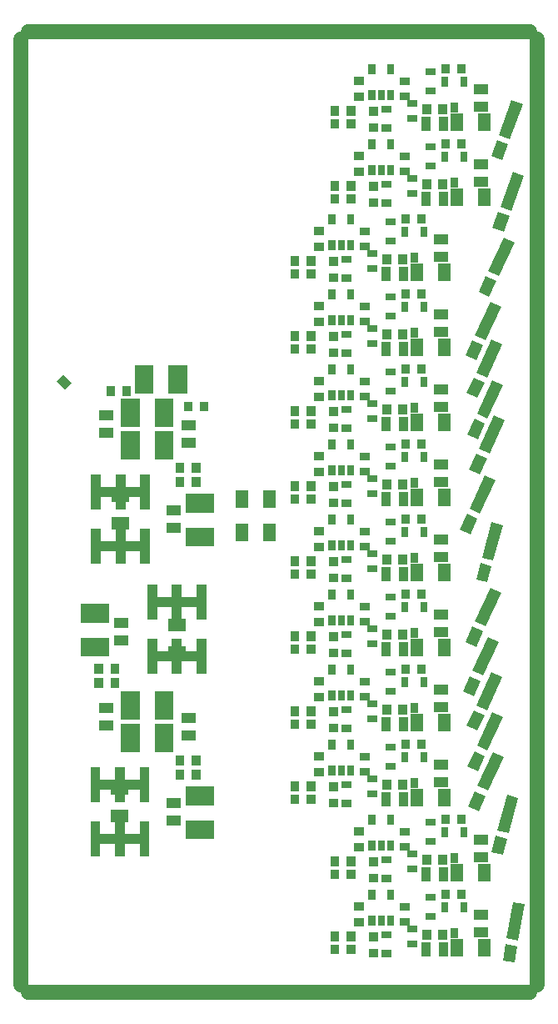
<source format=gbr>
G04 start of page 15 for group -4015 idx -4015 *
G04 Title: HETPREAMPS, toppaste *
G04 Creator: pcb 1.99z *
G04 CreationDate: Do 09 Apr 2015 07:40:17 GMT UTC *
G04 For: stephan *
G04 Format: Gerber/RS-274X *
G04 PCB-Dimensions (mil): 2952.76 4724.41 *
G04 PCB-Coordinate-Origin: lower left *
%MOIN*%
%FSLAX25Y25*%
%LNTOPPASTE*%
%ADD212R,0.0394X0.0394*%
%ADD211R,0.0750X0.0750*%
%ADD210C,0.0591*%
%ADD209R,0.0500X0.0500*%
%ADD208R,0.0394X0.0394*%
%ADD207R,0.0280X0.0280*%
%ADD206C,0.0001*%
%ADD205R,0.0350X0.0350*%
G54D205*X170050Y61641D02*Y61241D01*
X176450Y61641D02*Y61241D01*
X170050Y91641D02*Y91241D01*
X176450Y91641D02*Y91241D01*
X170050Y96891D02*Y96491D01*
X176450Y96891D02*Y96491D01*
X170050Y66891D02*Y66491D01*
X176450Y66891D02*Y66491D01*
X170050Y396891D02*Y396491D01*
X176450Y396891D02*Y396491D01*
X170050Y391641D02*Y391241D01*
X176450Y391641D02*Y391241D01*
X170050Y361641D02*Y361241D01*
X176450Y361641D02*Y361241D01*
X170050Y366891D02*Y366491D01*
X176450Y366891D02*Y366491D01*
X154050Y331641D02*Y331241D01*
X160450Y331641D02*Y331241D01*
X154050Y301641D02*Y301241D01*
X160450Y301641D02*Y301241D01*
X154050Y336891D02*Y336491D01*
X160450Y336891D02*Y336491D01*
X154050Y306891D02*Y306491D01*
X160450Y306891D02*Y306491D01*
X154050Y181641D02*Y181241D01*
X160450Y181641D02*Y181241D01*
X154050Y211641D02*Y211241D01*
X160450Y211641D02*Y211241D01*
X154050Y241641D02*Y241241D01*
X160450Y241641D02*Y241241D01*
X154050Y271641D02*Y271241D01*
X160450Y271641D02*Y271241D01*
X154050Y276891D02*Y276491D01*
X160450Y276891D02*Y276491D01*
X154050Y246891D02*Y246491D01*
X160450Y246891D02*Y246491D01*
X154050Y216891D02*Y216491D01*
X160450Y216891D02*Y216491D01*
X154050Y186891D02*Y186491D01*
X160450Y186891D02*Y186491D01*
X154050Y126891D02*Y126491D01*
X160450Y126891D02*Y126491D01*
X154050Y156891D02*Y156491D01*
X160450Y156891D02*Y156491D01*
X154050Y151641D02*Y151241D01*
X160450Y151641D02*Y151241D01*
X154050Y121641D02*Y121241D01*
X160450Y121641D02*Y121241D01*
G54D206*G36*
X226527Y209327D02*X228268Y215823D01*
X232831Y214600D01*
X231091Y208104D01*
X226527Y209327D01*
G37*
G36*
X228857Y218021D02*X232668Y232243D01*
X237231Y231021D01*
X233420Y216798D01*
X228857Y218021D01*
G37*
G36*
X237200Y56912D02*X238369Y63534D01*
X243021Y62713D01*
X241853Y56091D01*
X237200Y56912D01*
G37*
G36*
X238763Y65775D02*X241321Y80276D01*
X245973Y79455D01*
X243416Y64954D01*
X238763Y65775D01*
G37*
G36*
X232777Y100327D02*X234518Y106823D01*
X239081Y105600D01*
X237341Y99104D01*
X232777Y100327D01*
G37*
G36*
X235107Y109021D02*X238918Y123243D01*
X243481Y122021D01*
X239670Y107798D01*
X235107Y109021D01*
G37*
G36*
X222307Y184392D02*X225149Y190486D01*
X229431Y188489D01*
X226589Y182395D01*
X222307Y184392D01*
G37*
G36*
X226111Y192548D02*X232334Y205893D01*
X236616Y203896D01*
X230393Y190552D01*
X226111Y192548D01*
G37*
G36*
X223307Y118642D02*X226149Y124736D01*
X230431Y122739D01*
X227589Y116645D01*
X223307Y118642D01*
G37*
G36*
X227111Y126798D02*X233334Y140143D01*
X237616Y138146D01*
X231393Y124802D01*
X227111Y126798D01*
G37*
G36*
X222807Y150892D02*X225649Y156986D01*
X229931Y154989D01*
X227089Y148895D01*
X222807Y150892D01*
G37*
G36*
X226611Y159048D02*X232834Y172393D01*
X237116Y170396D01*
X230893Y157052D01*
X226611Y159048D01*
G37*
G36*
X221307Y164642D02*X224149Y170736D01*
X228431Y168739D01*
X225589Y162645D01*
X221307Y164642D01*
G37*
G36*
X225111Y172798D02*X231334Y186143D01*
X235616Y184146D01*
X229393Y170802D01*
X225111Y172798D01*
G37*
G36*
X223057Y134642D02*X225899Y140736D01*
X230181Y138739D01*
X227339Y132645D01*
X223057Y134642D01*
G37*
G36*
X226861Y142798D02*X233084Y156143D01*
X237366Y154146D01*
X231143Y140802D01*
X226861Y142798D01*
G37*
G36*
X232644Y378572D02*X234945Y384891D01*
X239384Y383274D01*
X237083Y376956D01*
X232644Y378572D01*
G37*
G36*
X235722Y387029D02*X240758Y400865D01*
X245198Y399250D01*
X240162Y385413D01*
X235722Y387029D01*
G37*
G36*
X233144Y349822D02*X235445Y356141D01*
X239884Y354524D01*
X237583Y348206D01*
X233144Y349822D01*
G37*
G36*
X236222Y358279D02*X241258Y372115D01*
X245698Y370500D01*
X240662Y356663D01*
X236222Y358279D01*
G37*
G36*
X227557Y324392D02*X230399Y330486D01*
X234681Y328489D01*
X231839Y322395D01*
X227557Y324392D01*
G37*
G36*
X231361Y332548D02*X237584Y345893D01*
X241866Y343896D01*
X235643Y330552D01*
X231361Y332548D01*
G37*
G36*
X222807Y283892D02*X225649Y289986D01*
X229931Y287989D01*
X227089Y281895D01*
X222807Y283892D01*
G37*
G36*
X226611Y292048D02*X232834Y305393D01*
X237116Y303396D01*
X230893Y290052D01*
X226611Y292048D01*
G37*
G36*
X222307Y298892D02*X225149Y304986D01*
X229431Y302989D01*
X226589Y296895D01*
X222307Y298892D01*
G37*
G36*
X226111Y307048D02*X232334Y320393D01*
X236616Y318396D01*
X230393Y305052D01*
X226111Y307048D01*
G37*
G36*
X223807Y253392D02*X226649Y259486D01*
X230931Y257489D01*
X228089Y251395D01*
X223807Y253392D01*
G37*
G36*
X227611Y261548D02*X233834Y274893D01*
X238116Y272896D01*
X231893Y259552D01*
X227611Y261548D01*
G37*
G36*
X223057Y267392D02*X225899Y273486D01*
X230181Y271489D01*
X227339Y265395D01*
X223057Y267392D01*
G37*
G36*
X226861Y275548D02*X233084Y288893D01*
X237366Y286896D01*
X231143Y273552D01*
X226861Y275548D01*
G37*
G36*
X220057Y229392D02*X222899Y235486D01*
X227181Y233489D01*
X224339Y227395D01*
X220057Y229392D01*
G37*
G36*
X223861Y237548D02*X230084Y250893D01*
X234366Y248896D01*
X228143Y235552D01*
X223861Y237548D01*
G37*
G54D207*X190100Y59691D02*X191300D01*
X190100Y67291D02*X191300D01*
X200300Y63491D02*X201500D01*
X200300Y69491D02*X201500D01*
X207700Y82191D02*X208900D01*
X207700Y74591D02*X208900D01*
X197500Y78391D02*X198700D01*
X197500Y72391D02*X198700D01*
G54D205*X185300Y66391D02*X185700D01*
X185300Y59991D02*X185700D01*
X179550Y72241D02*X179950D01*
X179550Y78641D02*X179950D01*
G54D207*X184800Y73541D02*Y72341D01*
X188600Y73541D02*Y72341D01*
X192400Y73541D02*Y72341D01*
Y83741D02*Y82541D01*
X184800Y83741D02*Y82541D01*
G54D205*X220700Y83641D02*Y83241D01*
X214300Y83641D02*Y83241D01*
G54D207*X214000Y78841D02*Y77641D01*
X221600Y78841D02*Y77641D01*
X217800Y68641D02*Y67441D01*
G54D208*X227500Y68191D02*X229500D01*
X227500Y75191D02*X229500D01*
X213500Y62441D02*Y60441D01*
X206500Y62441D02*Y60441D01*
G54D205*X206800Y67391D02*Y66991D01*
X213200Y67391D02*Y66991D01*
G54D209*X218750Y62941D02*Y60941D01*
X229750Y62941D02*Y60941D01*
X218750Y92941D02*Y90941D01*
X229750Y92941D02*Y90941D01*
G54D205*X206800Y97391D02*Y96991D01*
X213200Y97391D02*Y96991D01*
G54D208*X213500Y92441D02*Y90441D01*
X206500Y92441D02*Y90441D01*
X227500Y98191D02*X229500D01*
X227500Y105191D02*X229500D01*
G54D207*X214000Y108841D02*Y107641D01*
X221600Y108841D02*Y107641D01*
X217800Y98641D02*Y97441D01*
G54D205*X220700Y113641D02*Y113241D01*
X214300Y113641D02*Y113241D01*
G54D207*X184800Y103541D02*Y102341D01*
X188600Y103541D02*Y102341D01*
X192400Y103541D02*Y102341D01*
Y113741D02*Y112541D01*
X184800Y113741D02*Y112541D01*
G54D205*X179550Y102241D02*X179950D01*
X179550Y108641D02*X179950D01*
X185300Y96391D02*X185700D01*
X185300Y89991D02*X185700D01*
G54D207*X207700Y112191D02*X208900D01*
X207700Y104591D02*X208900D01*
X197500Y108391D02*X198700D01*
X197500Y102391D02*X198700D01*
X190100Y89691D02*X191300D01*
X190100Y97291D02*X191300D01*
X200300Y93491D02*X201500D01*
X200300Y99491D02*X201500D01*
G54D209*X202750Y122941D02*Y120941D01*
X213750Y122941D02*Y120941D01*
G54D205*X190800Y127391D02*Y126991D01*
X197200Y127391D02*Y126991D01*
G54D208*X197500Y122441D02*Y120441D01*
X190500Y122441D02*Y120441D01*
X211500Y128191D02*X213500D01*
X211500Y135191D02*X213500D01*
G54D207*X198000Y138841D02*Y137641D01*
X205600Y138841D02*Y137641D01*
X201800Y128641D02*Y127441D01*
G54D205*X204700Y143641D02*Y143241D01*
X198300Y143641D02*Y143241D01*
G54D207*X168800Y133541D02*Y132341D01*
X172600Y133541D02*Y132341D01*
X176400Y133541D02*Y132341D01*
Y143741D02*Y142541D01*
X168800Y143741D02*Y142541D01*
G54D205*X163550Y132241D02*X163950D01*
X163550Y138641D02*X163950D01*
X169300Y126391D02*X169700D01*
X169300Y119991D02*X169700D01*
G54D207*X191700Y142191D02*X192900D01*
X191700Y134591D02*X192900D01*
X181500Y138391D02*X182700D01*
X181500Y132391D02*X182700D01*
X174100Y119691D02*X175300D01*
X174100Y127291D02*X175300D01*
X184300Y123491D02*X185500D01*
X184300Y129491D02*X185500D01*
G54D209*X202750Y152941D02*Y150941D01*
X213750Y152941D02*Y150941D01*
G54D205*X190800Y157391D02*Y156991D01*
X197200Y157391D02*Y156991D01*
G54D208*X197500Y152441D02*Y150441D01*
X190500Y152441D02*Y150441D01*
X211500Y158191D02*X213500D01*
X211500Y165191D02*X213500D01*
G54D207*X198000Y168841D02*Y167641D01*
X205600Y168841D02*Y167641D01*
X201800Y158641D02*Y157441D01*
G54D205*X204700Y173641D02*Y173241D01*
X198300Y173641D02*Y173241D01*
G54D207*X168800Y163541D02*Y162341D01*
X172600Y163541D02*Y162341D01*
X176400Y163541D02*Y162341D01*
Y173741D02*Y172541D01*
X168800Y173741D02*Y172541D01*
G54D205*X163550Y162241D02*X163950D01*
X163550Y168641D02*X163950D01*
X169300Y156391D02*X169700D01*
X169300Y149991D02*X169700D01*
G54D207*X191700Y172191D02*X192900D01*
X191700Y164591D02*X192900D01*
X181500Y168391D02*X182700D01*
X181500Y162391D02*X182700D01*
X174100Y149691D02*X175300D01*
X174100Y157291D02*X175300D01*
X184300Y153491D02*X185500D01*
X184300Y159491D02*X185500D01*
G54D209*X202750Y182941D02*Y180941D01*
X213750Y182941D02*Y180941D01*
G54D205*X190800Y187391D02*Y186991D01*
X197200Y187391D02*Y186991D01*
G54D208*X197500Y182441D02*Y180441D01*
X190500Y182441D02*Y180441D01*
X211500Y188191D02*X213500D01*
X211500Y195191D02*X213500D01*
G54D207*X198000Y198841D02*Y197641D01*
X205600Y198841D02*Y197641D01*
X201800Y188641D02*Y187441D01*
G54D205*X204700Y203641D02*Y203241D01*
X198300Y203641D02*Y203241D01*
G54D207*X168800Y193541D02*Y192341D01*
X172600Y193541D02*Y192341D01*
X176400Y193541D02*Y192341D01*
Y203741D02*Y202541D01*
X168800Y203741D02*Y202541D01*
G54D205*X163550Y192241D02*X163950D01*
X163550Y198641D02*X163950D01*
X169300Y186391D02*X169700D01*
X169300Y179991D02*X169700D01*
G54D207*X191700Y202191D02*X192900D01*
X191700Y194591D02*X192900D01*
X181500Y198391D02*X182700D01*
X181500Y192391D02*X182700D01*
X174100Y179691D02*X175300D01*
X174100Y187291D02*X175300D01*
X184300Y183491D02*X185500D01*
X184300Y189491D02*X185500D01*
G54D209*X202750Y212941D02*Y210941D01*
X213750Y212941D02*Y210941D01*
G54D205*X190800Y217391D02*Y216991D01*
X197200Y217391D02*Y216991D01*
G54D208*X197500Y212441D02*Y210441D01*
X190500Y212441D02*Y210441D01*
X211500Y218191D02*X213500D01*
X211500Y225191D02*X213500D01*
G54D207*X198000Y228841D02*Y227641D01*
X205600Y228841D02*Y227641D01*
X201800Y218641D02*Y217441D01*
G54D205*X204700Y233641D02*Y233241D01*
X198300Y233641D02*Y233241D01*
G54D207*X168800Y223541D02*Y222341D01*
X172600Y223541D02*Y222341D01*
X176400Y223541D02*Y222341D01*
Y233741D02*Y232541D01*
X168800Y233741D02*Y232541D01*
G54D205*X163550Y222241D02*X163950D01*
X163550Y228641D02*X163950D01*
X169300Y216391D02*X169700D01*
X169300Y209991D02*X169700D01*
G54D207*X191700Y232191D02*X192900D01*
X191700Y224591D02*X192900D01*
X181500Y228391D02*X182700D01*
X181500Y222391D02*X182700D01*
X174100Y209691D02*X175300D01*
X174100Y217291D02*X175300D01*
X184300Y213491D02*X185500D01*
X184300Y219491D02*X185500D01*
G54D209*X202750Y242941D02*Y240941D01*
X213750Y242941D02*Y240941D01*
G54D205*X190800Y247391D02*Y246991D01*
X197200Y247391D02*Y246991D01*
G54D208*X197500Y242441D02*Y240441D01*
X190500Y242441D02*Y240441D01*
X211500Y248191D02*X213500D01*
X211500Y255191D02*X213500D01*
G54D207*X198000Y258841D02*Y257641D01*
X205600Y258841D02*Y257641D01*
X201800Y248641D02*Y247441D01*
G54D205*X204700Y263641D02*Y263241D01*
X198300Y263641D02*Y263241D01*
G54D207*X168800Y253541D02*Y252341D01*
X172600Y253541D02*Y252341D01*
X176400Y253541D02*Y252341D01*
Y263741D02*Y262541D01*
X168800Y263741D02*Y262541D01*
G54D205*X163550Y252241D02*X163950D01*
X163550Y258641D02*X163950D01*
X169300Y246391D02*X169700D01*
X169300Y239991D02*X169700D01*
G54D207*X191700Y262191D02*X192900D01*
X191700Y254591D02*X192900D01*
X181500Y258391D02*X182700D01*
X181500Y252391D02*X182700D01*
X174100Y239691D02*X175300D01*
X174100Y247291D02*X175300D01*
X184300Y243491D02*X185500D01*
X184300Y249491D02*X185500D01*
G54D209*X202750Y272941D02*Y270941D01*
X213750Y272941D02*Y270941D01*
G54D205*X190800Y277391D02*Y276991D01*
X197200Y277391D02*Y276991D01*
G54D208*X197500Y272441D02*Y270441D01*
X190500Y272441D02*Y270441D01*
X211500Y278191D02*X213500D01*
X211500Y285191D02*X213500D01*
G54D207*X198000Y288841D02*Y287641D01*
X205600Y288841D02*Y287641D01*
X201800Y278641D02*Y277441D01*
G54D205*X204700Y293641D02*Y293241D01*
X198300Y293641D02*Y293241D01*
G54D207*X168800Y283541D02*Y282341D01*
X172600Y283541D02*Y282341D01*
X176400Y283541D02*Y282341D01*
Y293741D02*Y292541D01*
X168800Y293741D02*Y292541D01*
G54D205*X163550Y282241D02*X163950D01*
X163550Y288641D02*X163950D01*
X169300Y276391D02*X169700D01*
X169300Y269991D02*X169700D01*
G54D207*X191700Y292191D02*X192900D01*
X191700Y284591D02*X192900D01*
X181500Y288391D02*X182700D01*
X181500Y282391D02*X182700D01*
X174100Y269691D02*X175300D01*
X174100Y277291D02*X175300D01*
X184300Y273491D02*X185500D01*
X184300Y279491D02*X185500D01*
G54D209*X202750Y302941D02*Y300941D01*
X213750Y302941D02*Y300941D01*
G54D205*X190800Y307391D02*Y306991D01*
X197200Y307391D02*Y306991D01*
G54D208*X197500Y302441D02*Y300441D01*
X190500Y302441D02*Y300441D01*
X211500Y308191D02*X213500D01*
X211500Y315191D02*X213500D01*
G54D207*X198000Y318841D02*Y317641D01*
X205600Y318841D02*Y317641D01*
X201800Y308641D02*Y307441D01*
G54D205*X204700Y323641D02*Y323241D01*
X198300Y323641D02*Y323241D01*
G54D207*X168800Y313541D02*Y312341D01*
X172600Y313541D02*Y312341D01*
X176400Y313541D02*Y312341D01*
Y323741D02*Y322541D01*
X168800Y323741D02*Y322541D01*
G54D205*X163550Y312241D02*X163950D01*
X163550Y318641D02*X163950D01*
X169300Y306391D02*X169700D01*
X169300Y299991D02*X169700D01*
G54D207*X191700Y322191D02*X192900D01*
X191700Y314591D02*X192900D01*
X181500Y318391D02*X182700D01*
X181500Y312391D02*X182700D01*
X174100Y299691D02*X175300D01*
X174100Y307291D02*X175300D01*
X184300Y303491D02*X185500D01*
X184300Y309491D02*X185500D01*
G54D209*X202750Y332941D02*Y330941D01*
X213750Y332941D02*Y330941D01*
G54D205*X190800Y337391D02*Y336991D01*
X197200Y337391D02*Y336991D01*
G54D208*X197500Y332441D02*Y330441D01*
X190500Y332441D02*Y330441D01*
X211500Y338191D02*X213500D01*
X211500Y345191D02*X213500D01*
G54D207*X198000Y348841D02*Y347641D01*
X205600Y348841D02*Y347641D01*
X201800Y338641D02*Y337441D01*
G54D205*X204700Y353641D02*Y353241D01*
X198300Y353641D02*Y353241D01*
G54D207*X168800Y343541D02*Y342341D01*
X172600Y343541D02*Y342341D01*
X176400Y343541D02*Y342341D01*
Y353741D02*Y352541D01*
X168800Y353741D02*Y352541D01*
G54D205*X163550Y342241D02*X163950D01*
X163550Y348641D02*X163950D01*
X169300Y336391D02*X169700D01*
X169300Y329991D02*X169700D01*
G54D207*X191700Y352191D02*X192900D01*
X191700Y344591D02*X192900D01*
X181500Y348391D02*X182700D01*
X181500Y342391D02*X182700D01*
X174100Y329691D02*X175300D01*
X174100Y337291D02*X175300D01*
X184300Y333491D02*X185500D01*
X184300Y339491D02*X185500D01*
G54D209*X218750Y362941D02*Y360941D01*
X229750Y362941D02*Y360941D01*
G54D205*X206800Y367391D02*Y366991D01*
X213200Y367391D02*Y366991D01*
G54D208*X213500Y362441D02*Y360441D01*
X206500Y362441D02*Y360441D01*
X227500Y368191D02*X229500D01*
X227500Y375191D02*X229500D01*
G54D207*X214000Y378841D02*Y377641D01*
X221600Y378841D02*Y377641D01*
X217800Y368641D02*Y367441D01*
G54D205*X220700Y383641D02*Y383241D01*
X214300Y383641D02*Y383241D01*
G54D207*X184800Y373541D02*Y372341D01*
X188600Y373541D02*Y372341D01*
X192400Y373541D02*Y372341D01*
Y383741D02*Y382541D01*
X184800Y383741D02*Y382541D01*
G54D205*X179550Y372241D02*X179950D01*
X179550Y378641D02*X179950D01*
X185300Y366391D02*X185700D01*
X185300Y359991D02*X185700D01*
G54D207*X207700Y382191D02*X208900D01*
X207700Y374591D02*X208900D01*
X197500Y378391D02*X198700D01*
X197500Y372391D02*X198700D01*
X190100Y359691D02*X191300D01*
X190100Y367291D02*X191300D01*
X200300Y363491D02*X201500D01*
X200300Y369491D02*X201500D01*
G54D209*X218750Y392941D02*Y390941D01*
X229750Y392941D02*Y390941D01*
G54D205*X206800Y397391D02*Y396991D01*
X213200Y397391D02*Y396991D01*
G54D208*X213500Y392441D02*Y390441D01*
X206500Y392441D02*Y390441D01*
X227500Y398191D02*X229500D01*
X227500Y405191D02*X229500D01*
G54D207*X214000Y408841D02*Y407641D01*
X221600Y408841D02*Y407641D01*
X217800Y398641D02*Y397441D01*
G54D205*X220700Y413641D02*Y413241D01*
X214300Y413641D02*Y413241D01*
G54D207*X184800Y403541D02*Y402341D01*
X188600Y403541D02*Y402341D01*
X192400Y403541D02*Y402341D01*
Y413741D02*Y412541D01*
X184800Y413741D02*Y412541D01*
G54D205*X179550Y402241D02*X179950D01*
X179550Y408641D02*X179950D01*
X185300Y396391D02*X185700D01*
X185300Y389991D02*X185700D01*
G54D207*X207700Y412191D02*X208900D01*
X207700Y404591D02*X208900D01*
X197500Y408391D02*X198700D01*
X197500Y402391D02*X198700D01*
X190100Y389691D02*X191300D01*
X190100Y397291D02*X191300D01*
X200300Y393491D02*X201500D01*
X200300Y399491D02*X201500D01*
G54D210*X47244Y428150D02*X248031D01*
X250984Y425197D02*Y47244D01*
X47244Y44291D02*X248031D01*
X44291Y425197D02*Y47244D01*
G54D209*X105750Y180191D02*X107750D01*
X105750Y191191D02*X107750D01*
X83000Y114691D02*X85000D01*
X83000Y125691D02*X85000D01*
G54D205*X81950Y173891D02*Y173491D01*
X75550Y173891D02*Y173491D01*
G54D208*X83500Y184941D02*X85500D01*
X83500Y191941D02*X85500D01*
G54D205*X108050Y131391D02*Y130991D01*
X114450Y131391D02*Y130991D01*
X75550Y168141D02*Y167741D01*
X81950Y168141D02*Y167741D01*
G54D208*X77500Y157941D02*X79500D01*
X77500Y150941D02*X79500D01*
G54D205*X108050Y137141D02*Y136741D01*
X114450Y137141D02*Y136741D01*
G54D208*X110500Y146941D02*X112500D01*
X110500Y153941D02*X112500D01*
X104500Y119941D02*X106500D01*
X104500Y112941D02*X106500D01*
G54D211*X114000Y122691D02*X118000D01*
X114000Y109191D02*X118000D01*
X101750Y160941D02*Y156941D01*
X88250Y160941D02*Y156941D01*
X101750Y147941D02*Y143941D01*
X88250Y147941D02*Y143941D01*
X72000Y195691D02*X76000D01*
X72000Y182191D02*X76000D01*
G54D209*X83250Y242691D02*X85250D01*
X83250Y231691D02*X85250D01*
G54D205*X108050Y254141D02*Y253741D01*
X114450Y254141D02*Y253741D01*
X80300Y284891D02*Y284491D01*
X86700Y284891D02*Y284491D01*
X111300Y278641D02*Y278241D01*
X117700Y278641D02*Y278241D01*
G54D211*X114000Y239691D02*X118000D01*
X114000Y226191D02*X118000D01*
X107250Y291191D02*Y287191D01*
X93750Y291191D02*Y287191D01*
G54D208*X104500Y236941D02*X106500D01*
X104500Y229941D02*X106500D01*
G54D205*X108050Y248391D02*Y247991D01*
X114450Y248391D02*Y247991D01*
G54D208*X110500Y263941D02*X112500D01*
X110500Y270941D02*X112500D01*
X77500Y274941D02*X79500D01*
X77500Y267941D02*X79500D01*
G54D211*X101750Y264941D02*Y260941D01*
X88250Y264941D02*Y260941D01*
X101750Y277941D02*Y273941D01*
X88250Y277941D02*Y273941D01*
G54D212*X94093Y249189D02*Y239346D01*
X84250Y249189D02*Y239346D01*
X74407Y249189D02*Y239346D01*
X76376Y244268D02*X92124D01*
X94093Y227535D02*Y217693D01*
X84250Y227535D02*Y217693D01*
X74407Y227535D02*Y217693D01*
X76376Y222614D02*X92124D01*
X93843Y132189D02*Y122346D01*
X84000Y132189D02*Y122346D01*
X74157Y132189D02*Y122346D01*
X76126Y127268D02*X91874D01*
X93843Y110535D02*Y100693D01*
X84000Y110535D02*Y100693D01*
X74157Y110535D02*Y100693D01*
X76126Y105614D02*X91874D01*
X96907Y183535D02*Y173693D01*
X106750Y183535D02*Y173693D01*
X116593Y183535D02*Y173693D01*
X98876Y178614D02*X114624D01*
X96907Y205189D02*Y195346D01*
X106750Y205189D02*Y195346D01*
X116593Y205189D02*Y195346D01*
X98876Y200268D02*X114624D01*
G54D206*G36*
X61500Y291269D02*X64828Y287941D01*
X62000Y285113D01*
X58672Y288441D01*
X61500Y291269D01*
G37*
G54D209*X143750Y228941D02*Y226941D01*
X132750Y228941D02*Y226941D01*
Y242441D02*Y240441D01*
X143750Y242441D02*Y240441D01*
M02*

</source>
